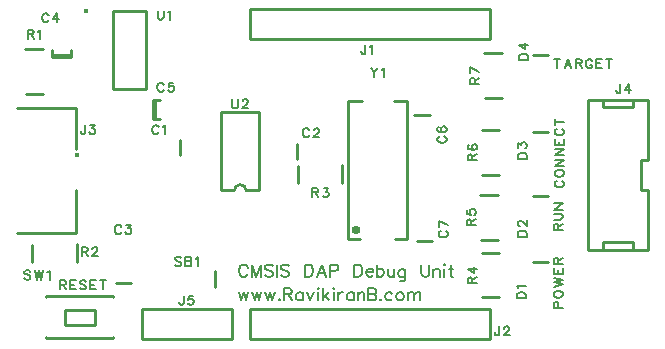
<source format=gto>
G04 DipTrace 3.3.1.3*
G04 cmsis_dap.gto*
%MOIN*%
G04 #@! TF.FileFunction,Legend,Top*
G04 #@! TF.Part,Single*
%ADD10C,0.009843*%
%ADD23C,0.015757*%
%ADD29C,0.015431*%
%ADD33O,0.029923X0.028325*%
%ADD74C,0.007*%
%ADD75C,0.006693*%
%FSLAX26Y26*%
G04*
G70*
G90*
G75*
G01*
G04 TopSilk*
%LPD*%
X944508Y1094861D2*
D10*
Y1043720D1*
X1336592Y1029546D2*
Y1080688D1*
X782657Y616120D2*
X731515D1*
X581070Y1376771D2*
X518141D1*
X581070Y1369322D2*
X518141D1*
X581070D2*
Y1392881D1*
X518141Y1369322D2*
Y1392881D1*
X861810Y1165385D2*
Y1228314D1*
X854361Y1165385D2*
Y1228314D1*
Y1165385D2*
X877920D1*
X854361Y1228314D2*
X877920D1*
X1726397Y1179154D2*
X1777539D1*
X1785413Y757852D2*
X1734271D1*
X2120098Y686986D2*
X2171239D1*
X2120098Y907459D2*
X2171239D1*
X2120098Y1120057D2*
X2171239D1*
X2120098Y1375962D2*
X2171239D1*
X1178346Y1530314D2*
X1978346D1*
X1178346Y1430314D2*
Y1530314D1*
Y1430314D2*
X1978346D1*
Y1530314D1*
X1178346Y530314D2*
X1978346D1*
X1178346Y430314D2*
Y530314D1*
Y430314D2*
X1978346D1*
Y530314D1*
X599594Y1063774D2*
Y1201574D1*
X402755D1*
X599594Y925974D2*
Y784251D1*
X402755D1*
D23*
X601545Y1044181D3*
X2454189Y752752D2*
D10*
Y727952D1*
X2354077Y752752D2*
X2454189D1*
X2354077D2*
Y727952D1*
X2454189Y1226952D2*
Y1203152D1*
X2354077D2*
X2454189D1*
X2354077Y1226952D2*
Y1203152D1*
X2304141Y727952D2*
X2504125D1*
X2303739Y1226952D2*
X2504527D1*
X2304141Y1227952D2*
Y727952D1*
X2504527Y1027952D2*
X2482882D1*
Y1025202D2*
Y930702D1*
X2504527Y927952D2*
X2482882D1*
X2504527D2*
Y728952D1*
Y1226952D2*
Y1027952D1*
X1116928Y530314D2*
Y430314D1*
X816928D1*
Y530314D2*
Y430314D1*
X1116928Y530314D2*
X816928D1*
X431842Y1247259D2*
X488839D1*
X429842Y1396259D2*
X488839D1*
X451590Y744535D2*
Y687537D1*
X600590Y746535D2*
Y687537D1*
X1337417Y1008314D2*
Y951316D1*
X1486417Y1010314D2*
Y951316D1*
X1952314Y569700D2*
X2009312D1*
X1950314Y718700D2*
X2009312D1*
X1948377Y762613D2*
X2005375D1*
X1946377Y911613D2*
X2005375D1*
X1952314Y979149D2*
X2009312D1*
X1950314Y1128149D2*
X2009312D1*
X1960188Y1235054D2*
X2017186D1*
X1958188Y1384054D2*
X2017186D1*
X1061125Y602920D2*
Y658922D1*
X660250Y478920D2*
X560220D1*
Y528952D1*
X660250D1*
Y478920D1*
X720481Y433070D2*
X499990D1*
X720481Y574802D2*
X499990D1*
X720481Y433070D2*
Y437010D1*
X499990Y433070D2*
Y437010D1*
X720481Y574802D2*
Y570862D1*
X499990Y574802D2*
Y570862D1*
D29*
X632797Y1523762D3*
X722047Y1524801D2*
D10*
Y1264971D1*
X832282Y1524801D2*
Y1264971D1*
X722047D2*
X832282D1*
X722047Y1524801D2*
X832282D1*
X1208650Y926172D2*
Y1186031D1*
X1082679Y926172D2*
Y1186031D1*
X1208650D2*
X1082679D1*
X1208650Y926172D2*
X1165353D1*
X1125976D2*
X1082679D1*
X1165353D2*
G03X1125976Y926172I-19689J9D01*
G01*
X1701185Y763767D2*
Y1224420D1*
X1504325Y763767D2*
Y1224420D1*
Y763767D2*
X1546473D1*
X1700791D2*
X1661006D1*
X1508282Y1224420D2*
X1550390D1*
X1697622D2*
X1657876D1*
D33*
X1533067Y795256D3*
X873795Y1136773D2*
D74*
X872369Y1139625D1*
X869484Y1142510D1*
X866632Y1143936D1*
X860895D1*
X858010Y1142510D1*
X855158Y1139625D1*
X853699Y1136773D1*
X852273Y1132462D1*
Y1125266D1*
X853699Y1120988D1*
X855158Y1118103D1*
X858010Y1115251D1*
X860895Y1113792D1*
X866632D1*
X869484Y1115251D1*
X872369Y1118103D1*
X873795Y1120988D1*
X887795Y1138166D2*
X890680Y1139625D1*
X894991Y1143903D1*
Y1113792D1*
X1375591Y1126526D2*
X1374166Y1129378D1*
X1371280Y1132263D1*
X1368429Y1133689D1*
X1362692D1*
X1359806Y1132263D1*
X1356955Y1129378D1*
X1355495Y1126526D1*
X1354069Y1122215D1*
Y1115019D1*
X1355495Y1110741D1*
X1356955Y1107856D1*
X1359806Y1105004D1*
X1362692Y1103545D1*
X1368429D1*
X1371280Y1105004D1*
X1374166Y1107856D1*
X1375591Y1110741D1*
X1391051Y1126493D2*
Y1127919D1*
X1392477Y1130804D1*
X1393902Y1132230D1*
X1396788Y1133656D1*
X1402525D1*
X1405376Y1132230D1*
X1406802Y1130804D1*
X1408262Y1127919D1*
Y1125067D1*
X1406802Y1122182D1*
X1403950Y1117904D1*
X1389591Y1103545D1*
X1409687D1*
X748830Y803692D2*
X747404Y806544D1*
X744519Y809429D1*
X741667Y810855D1*
X735930D1*
X733045Y809429D1*
X730193Y806544D1*
X728734Y803692D1*
X727308Y799381D1*
Y792185D1*
X728734Y787907D1*
X730193Y785022D1*
X733045Y782170D1*
X735930Y780711D1*
X741667D1*
X744519Y782170D1*
X747404Y785022D1*
X748830Y787907D1*
X765715Y810822D2*
X781467D1*
X772878Y799348D1*
X777189D1*
X780041Y797922D1*
X781467Y796496D1*
X782926Y792185D1*
Y789333D1*
X781467Y785022D1*
X778615Y782137D1*
X774304Y780711D1*
X769993D1*
X765715Y782137D1*
X764289Y783596D1*
X762830Y786448D1*
X507172Y1509608D2*
X505746Y1512460D1*
X502861Y1515345D1*
X500010Y1516771D1*
X494273D1*
X491387Y1515345D1*
X488536Y1512460D1*
X487076Y1509608D1*
X485650Y1505297D1*
Y1498101D1*
X487076Y1493823D1*
X488536Y1490938D1*
X491387Y1488086D1*
X494273Y1486627D1*
X500010D1*
X502861Y1488086D1*
X505746Y1490938D1*
X507172Y1493823D1*
X535531Y1486627D2*
Y1516738D1*
X521172Y1496675D1*
X542694D1*
X891350Y1278112D2*
X889924Y1280964D1*
X887039Y1283849D1*
X884187Y1285275D1*
X878450D1*
X875565Y1283849D1*
X872713Y1280964D1*
X871254Y1278112D1*
X869828Y1273801D1*
Y1266605D1*
X871254Y1262327D1*
X872713Y1259442D1*
X875565Y1256590D1*
X878450Y1255131D1*
X884187D1*
X887039Y1256590D1*
X889924Y1259442D1*
X891350Y1262327D1*
X922561Y1285241D2*
X908235D1*
X906809Y1272342D1*
X908235Y1273768D1*
X912546Y1275227D1*
X916824D1*
X921135Y1273768D1*
X924020Y1270916D1*
X925446Y1266605D1*
Y1263753D1*
X924020Y1259442D1*
X921135Y1256557D1*
X916824Y1255131D1*
X912546D1*
X908235Y1256557D1*
X906809Y1258016D1*
X905350Y1260868D1*
X1810469Y1106657D2*
X1807618Y1105231D1*
X1804732Y1102346D1*
X1803306Y1099494D1*
Y1093757D1*
X1804732Y1090872D1*
X1807617Y1088020D1*
X1810469Y1086561D1*
X1814780Y1085135D1*
X1821976D1*
X1826254Y1086561D1*
X1829139Y1088020D1*
X1831991Y1090872D1*
X1833451Y1093757D1*
Y1099494D1*
X1831991Y1102346D1*
X1829139Y1105231D1*
X1826254Y1106657D1*
X1807618Y1137868D2*
X1804766Y1136442D1*
X1803340Y1132131D1*
Y1129279D1*
X1804766Y1124968D1*
X1809077Y1122083D1*
X1816240Y1120657D1*
X1823403D1*
X1829139Y1122083D1*
X1832025Y1124968D1*
X1833450Y1129279D1*
Y1130705D1*
X1832025Y1134983D1*
X1829139Y1137868D1*
X1824828Y1139294D1*
X1823402D1*
X1819091Y1137868D1*
X1816240Y1134983D1*
X1814814Y1130705D1*
Y1129279D1*
X1816240Y1124968D1*
X1819091Y1122083D1*
X1823403Y1120657D1*
X1814406Y790946D2*
X1811555Y789520D1*
X1808669Y786635D1*
X1807243Y783783D1*
Y778046D1*
X1808669Y775161D1*
X1811554Y772309D1*
X1814406Y770850D1*
X1818717Y769424D1*
X1825914D1*
X1830191Y770850D1*
X1833076Y772309D1*
X1835928Y775161D1*
X1837388Y778046D1*
Y783783D1*
X1835928Y786635D1*
X1833077Y789520D1*
X1830191Y790946D1*
X1837387Y810683D2*
X1807277Y825042D1*
Y804946D1*
X2067086Y565957D2*
X2097230D1*
Y576005D1*
X2095771Y580316D1*
X2092919Y583201D1*
X2090034Y584627D1*
X2085756Y586053D1*
X2078560D1*
X2074249Y584627D1*
X2071397Y583201D1*
X2068512Y580316D1*
X2067086Y576005D1*
Y565957D1*
X2072856Y600053D2*
X2071397Y602938D1*
X2067119Y607249D1*
X2097230D1*
X2206277Y534852D2*
Y547785D1*
X2204851Y552063D1*
X2203392Y553522D1*
X2200540Y554948D1*
X2196229D1*
X2193378Y553522D1*
X2191918Y552063D1*
X2190492Y547785D1*
Y534852D1*
X2220636D1*
X2190492Y577570D2*
X2191918Y574685D1*
X2194803Y571833D1*
X2197655Y570374D1*
X2201966Y568948D1*
X2209163D1*
X2213440Y570374D1*
X2216325Y571833D1*
X2219177Y574685D1*
X2220636Y577570D1*
Y583307D1*
X2219177Y586158D1*
X2216325Y589044D1*
X2213440Y590469D1*
X2209162Y591895D1*
X2201966D1*
X2197655Y590470D1*
X2194803Y589044D1*
X2191918Y586159D1*
X2190492Y583307D1*
Y577570D1*
Y605895D2*
X2220636Y613092D1*
X2190492Y620254D1*
X2220636Y627417D1*
X2190492Y634614D1*
Y667250D2*
Y648614D1*
X2220636Y648613D1*
Y667250D1*
X2204851Y648613D2*
Y660087D1*
Y681250D2*
Y694150D1*
X2203392Y698461D1*
X2201966Y699920D1*
X2199114Y701346D1*
X2196229D1*
X2193377Y699920D1*
X2191918Y698461D1*
X2190492Y694150D1*
Y681250D1*
X2220636D1*
X2204851Y691298D2*
X2220636Y701346D1*
X2071023Y772105D2*
X2101167D1*
Y782153D1*
X2099708Y786464D1*
X2096856Y789349D1*
X2093971Y790775D1*
X2089693Y792201D1*
X2082497D1*
X2078186Y790775D1*
X2075334Y789350D1*
X2072449Y786464D1*
X2071023Y782153D1*
Y772105D1*
X2078219Y807660D2*
X2076793D1*
X2073908Y809086D1*
X2072482Y810512D1*
X2071056Y813397D1*
Y819134D1*
X2072482Y821986D1*
X2073908Y823412D1*
X2076793Y824871D1*
X2079645D1*
X2082530Y823412D1*
X2086808Y820560D1*
X2101167Y806201D1*
Y826297D1*
X2204851Y794428D2*
Y807327D1*
X2203392Y811638D1*
X2201966Y813098D1*
X2199115Y814523D1*
X2196229D1*
X2193378Y813098D1*
X2191918Y811638D1*
X2190492Y807327D1*
Y794428D1*
X2220636D1*
X2204851Y804476D2*
X2220636Y814523D1*
X2190492Y828523D2*
X2212014D1*
X2216325Y829949D1*
X2219177Y832834D1*
X2220636Y837145D1*
Y839997D1*
X2219177Y844308D1*
X2216325Y847193D1*
X2212014Y848619D1*
X2190492D1*
Y882715D2*
X2220636D1*
X2190492Y862619D1*
X2220636D1*
X2071023Y1031948D2*
X2101167D1*
Y1041996D1*
X2099708Y1046307D1*
X2096856Y1049192D1*
X2093971Y1050618D1*
X2089693Y1052044D1*
X2082497D1*
X2078186Y1050618D1*
X2075334Y1049192D1*
X2072449Y1046307D1*
X2071023Y1041996D1*
Y1031948D1*
X2071056Y1068929D2*
Y1084681D1*
X2082530Y1076092D1*
Y1080403D1*
X2083956Y1083255D1*
X2085382Y1084681D1*
X2089693Y1086140D1*
X2092545D1*
X2096856Y1084681D1*
X2099741Y1081829D1*
X2101167Y1077518D1*
Y1073207D1*
X2099741Y1068929D1*
X2098282Y1067503D1*
X2095430Y1066044D1*
X2201592Y958234D2*
X2198740Y956808D1*
X2195855Y953923D1*
X2194429Y951071D1*
Y945334D1*
X2195855Y942449D1*
X2198740Y939597D1*
X2201592Y938138D1*
X2205903Y936712D1*
X2213099D1*
X2217377Y938138D1*
X2220262Y939597D1*
X2223114Y942449D1*
X2224573Y945334D1*
Y951071D1*
X2223114Y953922D1*
X2220262Y956808D1*
X2217377Y958233D1*
X2194429Y980856D2*
X2195855Y977970D1*
X2198740Y975119D1*
X2201592Y973659D1*
X2205903Y972233D1*
X2213100D1*
X2217377Y973659D1*
X2220262Y975119D1*
X2223114Y977970D1*
X2224573Y980855D1*
Y986592D1*
X2223114Y989444D1*
X2220262Y992329D1*
X2217377Y993755D1*
X2213099Y995181D1*
X2205903D1*
X2201592Y993755D1*
X2198740Y992329D1*
X2195855Y989444D1*
X2194429Y986592D1*
Y980856D1*
Y1029277D2*
X2224573D1*
X2194429Y1009181D1*
X2224573D1*
X2194429Y1063373D2*
X2224573D1*
X2194429Y1043277D1*
X2224573D1*
X2194429Y1096010D2*
Y1077373D1*
X2224573D1*
Y1096010D1*
X2208788Y1077373D2*
Y1088847D1*
X2201592Y1131532D2*
X2198740Y1130106D1*
X2195855Y1127221D1*
X2194429Y1124369D1*
Y1118632D1*
X2195855Y1115747D1*
X2198740Y1112895D1*
X2201592Y1111436D1*
X2205903Y1110010D1*
X2213099D1*
X2217377Y1111436D1*
X2220262Y1112895D1*
X2223114Y1115747D1*
X2224573Y1118632D1*
Y1124369D1*
X2223114Y1127221D1*
X2220262Y1130106D1*
X2217377Y1131532D1*
X2194429Y1155580D2*
X2224573D1*
X2194429Y1145532D2*
Y1165628D1*
X2074960Y1361944D2*
X2105104D1*
Y1371992D1*
X2103645Y1376303D1*
X2100793Y1379188D1*
X2097908Y1380614D1*
X2093630Y1382040D1*
X2086434D1*
X2082123Y1380614D1*
X2079271Y1379188D1*
X2076386Y1376303D1*
X2074960Y1371992D1*
Y1361944D1*
X2105104Y1410399D2*
X2074993D1*
X2095056Y1396040D1*
Y1417561D1*
X2202703Y1364004D2*
Y1333860D1*
X2192655Y1364004D2*
X2212751D1*
X2249732Y1333860D2*
X2238225Y1364004D1*
X2226751Y1333860D1*
X2231062Y1343908D2*
X2245421D1*
X2263732Y1349645D2*
X2276632D1*
X2280943Y1351104D1*
X2282402Y1352530D1*
X2283828Y1355382D1*
Y1358267D1*
X2282402Y1361119D1*
X2280943Y1362578D1*
X2276632Y1364004D1*
X2263732D1*
Y1333860D1*
X2273780Y1349645D2*
X2283828Y1333860D1*
X2319350Y1356841D2*
X2317924Y1359693D1*
X2315039Y1362578D1*
X2312187Y1364004D1*
X2306450D1*
X2303565Y1362578D1*
X2300713Y1359693D1*
X2299254Y1356841D1*
X2297828Y1352530D1*
Y1345334D1*
X2299254Y1341056D1*
X2300713Y1338171D1*
X2303565Y1335319D1*
X2306450Y1333860D1*
X2312187D1*
X2315039Y1335319D1*
X2317924Y1338171D1*
X2319350Y1341056D1*
Y1345334D1*
X2312187D1*
X2351987Y1364004D2*
X2333350D1*
Y1333860D1*
X2351987D1*
X2333350Y1349645D2*
X2344824D1*
X2376035Y1364004D2*
Y1333860D1*
X2365987Y1364004D2*
X2386083D1*
X1563116Y1410078D2*
Y1387130D1*
X1561690Y1382819D1*
X1560231Y1381393D1*
X1557379Y1379934D1*
X1554494D1*
X1551642Y1381393D1*
X1550216Y1382819D1*
X1548757Y1387130D1*
Y1389982D1*
X1577116Y1404308D2*
X1580001Y1405767D1*
X1584312Y1410045D1*
Y1379934D1*
X2009422Y473070D2*
Y450122D1*
X2007996Y445811D1*
X2006537Y444385D1*
X2003685Y442926D1*
X2000800D1*
X1997948Y444385D1*
X1996522Y445811D1*
X1995063Y450122D1*
Y452974D1*
X2024881Y465874D2*
Y467300D1*
X2026307Y470185D1*
X2027733Y471611D1*
X2030618Y473037D1*
X2036355D1*
X2039207Y471611D1*
X2040633Y470185D1*
X2042092Y467300D1*
Y464448D1*
X2040633Y461563D1*
X2037781Y457285D1*
X2023422Y442926D1*
X2043518D1*
X628723Y1144330D2*
Y1121382D1*
X627297Y1117071D1*
X625838Y1115645D1*
X622986Y1114186D1*
X620101D1*
X617249Y1115645D1*
X615823Y1117071D1*
X614364Y1121382D1*
Y1124234D1*
X645608Y1144297D2*
X661359D1*
X652771Y1132823D1*
X657082D1*
X659934Y1131397D1*
X661359Y1129971D1*
X662819Y1125660D1*
Y1122808D1*
X661359Y1118497D1*
X658508Y1115612D1*
X654197Y1114186D1*
X649886D1*
X645608Y1115612D1*
X644182Y1117071D1*
X642723Y1119923D1*
X2413237Y1280944D2*
Y1257996D1*
X2411811Y1253685D1*
X2410352Y1252259D1*
X2407500Y1250800D1*
X2404615D1*
X2401763Y1252259D1*
X2400337Y1253685D1*
X2398878Y1257996D1*
Y1260848D1*
X2441596Y1250800D2*
Y1280911D1*
X2427237Y1260848D1*
X2448759D1*
X957060Y575432D2*
Y552484D1*
X955634Y548173D1*
X954175Y546747D1*
X951323Y545288D1*
X948438D1*
X945586Y546747D1*
X944160Y548173D1*
X942701Y552484D1*
Y555336D1*
X988271Y575399D2*
X973945D1*
X972519Y562499D1*
X973945Y563925D1*
X978256Y565384D1*
X982534D1*
X986845Y563925D1*
X989730Y561073D1*
X991156Y556762D1*
Y553910D1*
X989730Y549599D1*
X986845Y546714D1*
X982534Y545288D1*
X978256D1*
X973945Y546714D1*
X972519Y548173D1*
X971060Y551025D1*
X436755Y1447006D2*
X449655D1*
X453966Y1448465D1*
X455425Y1449891D1*
X456851Y1452743D1*
Y1455628D1*
X455425Y1458480D1*
X453966Y1459939D1*
X449655Y1461365D1*
X436755D1*
Y1431221D1*
X446803Y1447006D2*
X456851Y1431221D1*
X470851Y1455595D2*
X473736Y1457054D1*
X478047Y1461332D1*
Y1431221D1*
X617104Y722175D2*
X630004D1*
X634315Y723635D1*
X635774Y725061D1*
X637200Y727912D1*
Y730798D1*
X635774Y733649D1*
X634315Y735109D1*
X630004Y736534D1*
X617104D1*
Y706390D1*
X627152Y722175D2*
X637200Y706390D1*
X652659Y729338D2*
Y730764D1*
X654085Y733649D1*
X655511Y735075D1*
X658396Y736501D1*
X664133D1*
X666985Y735075D1*
X668411Y733649D1*
X669870Y730764D1*
Y727912D1*
X668411Y725027D1*
X665559Y720750D1*
X651200Y706390D1*
X671296D1*
X1386553Y919329D2*
X1399453D1*
X1403764Y920788D1*
X1405223Y922214D1*
X1406649Y925066D1*
Y927951D1*
X1405223Y930803D1*
X1403764Y932262D1*
X1399453Y933688D1*
X1386553D1*
Y903544D1*
X1396601Y919329D2*
X1406649Y903544D1*
X1423534Y933655D2*
X1439286D1*
X1430697Y922181D1*
X1435008D1*
X1437860Y920755D1*
X1439286Y919329D1*
X1440745Y915018D1*
Y912166D1*
X1439286Y907855D1*
X1436434Y904970D1*
X1432123Y903544D1*
X1427812D1*
X1423534Y904970D1*
X1422108Y906429D1*
X1420649Y909281D1*
X1919555Y616391D2*
Y629291D1*
X1918096Y633602D1*
X1916670Y635061D1*
X1913818Y636487D1*
X1910933D1*
X1908081Y635061D1*
X1906622Y633602D1*
X1905196Y629291D1*
Y616391D1*
X1935340D1*
X1919555Y626439D2*
X1935340Y636487D1*
Y664846D2*
X1905229D1*
X1925292Y650487D1*
Y672009D1*
X1915618Y810018D2*
Y822917D1*
X1914159Y827228D1*
X1912733Y828688D1*
X1909881Y830113D1*
X1906996D1*
X1904144Y828688D1*
X1902685Y827228D1*
X1901259Y822917D1*
Y810018D1*
X1931403D1*
X1915618Y820066D2*
X1931403Y830113D1*
X1901292Y861324D2*
Y846999D1*
X1914192Y845573D1*
X1912766Y846999D1*
X1911307Y851310D1*
Y855587D1*
X1912766Y859898D1*
X1915618Y862783D1*
X1919929Y864209D1*
X1922781D1*
X1927092Y862783D1*
X1929977Y859898D1*
X1931403Y855587D1*
Y851309D1*
X1929977Y846998D1*
X1928518Y845573D1*
X1925666Y844113D1*
X1919555Y1027283D2*
Y1040182D1*
X1918096Y1044493D1*
X1916670Y1045953D1*
X1913818Y1047378D1*
X1910933D1*
X1908081Y1045953D1*
X1906622Y1044493D1*
X1905196Y1040182D1*
Y1027283D1*
X1935340D1*
X1919555Y1037330D2*
X1935340Y1047378D1*
X1909507Y1078589D2*
X1906655Y1077163D1*
X1905229Y1072852D1*
Y1070000D1*
X1906655Y1065689D1*
X1910966Y1062804D1*
X1918129Y1061378D1*
X1925292D1*
X1931029Y1062804D1*
X1933914Y1065689D1*
X1935340Y1070000D1*
Y1071426D1*
X1933914Y1075704D1*
X1931029Y1078589D1*
X1926718Y1080015D1*
X1925292D1*
X1920981Y1078589D1*
X1918129Y1075704D1*
X1916703Y1071426D1*
Y1070000D1*
X1918129Y1065689D1*
X1920981Y1062804D1*
X1925292Y1061378D1*
X1927429Y1282458D2*
Y1295358D1*
X1925970Y1299669D1*
X1924544Y1301128D1*
X1921692Y1302554D1*
X1918807D1*
X1915955Y1301128D1*
X1914496Y1299669D1*
X1913070Y1295358D1*
Y1282458D1*
X1943214D1*
X1927429Y1292506D2*
X1943214Y1302554D1*
Y1322291D2*
X1913103Y1336650D1*
Y1316554D1*
X948988Y700255D2*
X946136Y703140D1*
X941825Y704566D1*
X936088D1*
X931777Y703140D1*
X928892Y700255D1*
Y697403D1*
X930351Y694518D1*
X931777Y693092D1*
X934629Y691666D1*
X943251Y688781D1*
X946136Y687355D1*
X947562Y685896D1*
X948988Y683044D1*
Y678733D1*
X946136Y675881D1*
X941825Y674422D1*
X936088D1*
X931777Y675881D1*
X928892Y678733D1*
X962988Y704566D2*
Y674422D1*
X975921D1*
X980232Y675881D1*
X981658Y677307D1*
X983084Y680159D1*
Y684470D1*
X981658Y687355D1*
X980232Y688781D1*
X975921Y690207D1*
X980232Y691666D1*
X981658Y693092D1*
X983084Y695944D1*
Y698829D1*
X981658Y701681D1*
X980232Y703140D1*
X975921Y704566D1*
X962988D1*
Y690207D2*
X975921D1*
X997084Y698796D2*
X999969Y700255D1*
X1004280Y704533D1*
Y674422D1*
X446594Y654979D2*
X443742Y657864D1*
X439431Y659290D1*
X433694D1*
X429383Y657864D1*
X426498Y654979D1*
Y652127D1*
X427957Y649242D1*
X429383Y647816D1*
X432235Y646390D1*
X440857Y643505D1*
X443742Y642079D1*
X445168Y640620D1*
X446594Y637768D1*
Y633457D1*
X443742Y630606D1*
X439431Y629146D1*
X433694D1*
X429383Y630606D1*
X426498Y633457D1*
X460594Y659290D2*
X467790Y629146D1*
X474953Y659290D1*
X482116Y629146D1*
X489312Y659290D1*
X503312Y653520D2*
X506197Y654979D1*
X510508Y659257D1*
Y629146D1*
X545266Y612076D2*
X558165D1*
X562476Y613535D1*
X563936Y614961D1*
X565362Y617813D1*
Y620698D1*
X563936Y623550D1*
X562476Y625009D1*
X558165Y626435D1*
X545266D1*
Y596291D1*
X555314Y612076D2*
X565362Y596291D1*
X597998Y626435D2*
X579362D1*
Y596291D1*
X597998D1*
X579362Y612076D2*
X590836D1*
X632094Y622124D2*
X629243Y625009D1*
X624932Y626435D1*
X619195D1*
X614884Y625009D1*
X611998Y622124D1*
Y619272D1*
X613458Y616387D1*
X614884Y614961D1*
X617735Y613535D1*
X626357Y610650D1*
X629243Y609224D1*
X630669Y607765D1*
X632094Y604913D1*
Y600602D1*
X629243Y597750D1*
X624932Y596291D1*
X619195D1*
X614884Y597750D1*
X611998Y600602D1*
X664731Y626435D2*
X646094D1*
Y596291D1*
X664731D1*
X646094Y612076D2*
X657568D1*
X688779Y626435D2*
Y596291D1*
X678731Y626435D2*
X698827D1*
X870692Y1525400D2*
Y1503878D1*
X872118Y1499567D1*
X875003Y1496715D1*
X879314Y1495256D1*
X882166D1*
X886477Y1496715D1*
X889362Y1499567D1*
X890788Y1503878D1*
Y1525400D1*
X904788Y1519630D2*
X907673Y1521089D1*
X911984Y1525367D1*
Y1495256D1*
X1118569Y1231149D2*
Y1209627D1*
X1119995Y1205316D1*
X1122880Y1202464D1*
X1127191Y1201005D1*
X1130043D1*
X1134354Y1202464D1*
X1137239Y1205316D1*
X1138665Y1209627D1*
Y1231149D1*
X1154124Y1223953D2*
Y1225379D1*
X1155550Y1228264D1*
X1156976Y1229690D1*
X1159861Y1231116D1*
X1165598D1*
X1168450Y1229690D1*
X1169875Y1228264D1*
X1171335Y1225379D1*
Y1222527D1*
X1169875Y1219642D1*
X1167024Y1215364D1*
X1152665Y1201005D1*
X1172761D1*
X1580683Y1334881D2*
X1592157Y1320522D1*
Y1304737D1*
X1603631Y1334881D2*
X1592157Y1320522D1*
X1617631Y1329111D2*
X1620516Y1330570D1*
X1624827Y1334848D1*
Y1304737D1*
X1141731Y586359D2*
D75*
X1149381Y559564D1*
X1157030Y586359D1*
X1164679Y559564D1*
X1172329Y586359D1*
X1185715D2*
X1193364Y559564D1*
X1201013Y586359D1*
X1208662Y559564D1*
X1216312Y586359D1*
X1229698D2*
X1237347Y559564D1*
X1244996Y586359D1*
X1252645Y559564D1*
X1260295Y586359D1*
X1275582Y563411D2*
X1273681Y561466D1*
X1275582Y559564D1*
X1277527Y561466D1*
X1275582Y563411D1*
X1290913Y580611D2*
X1308113D1*
X1313861Y582556D1*
X1315807Y584458D1*
X1317708Y588260D1*
Y592107D1*
X1315807Y595910D1*
X1313861Y597855D1*
X1308113Y599756D1*
X1290913D1*
Y559564D1*
X1304311Y580611D2*
X1317708Y559564D1*
X1354042Y586359D2*
Y559564D1*
Y580611D2*
X1350239Y584458D1*
X1346392Y586359D1*
X1340688D1*
X1336842Y584458D1*
X1333039Y580611D1*
X1331094Y574863D1*
Y571060D1*
X1333039Y565312D1*
X1336842Y561510D1*
X1340688Y559564D1*
X1346392D1*
X1350239Y561510D1*
X1354042Y565312D1*
X1367427Y586359D2*
X1378924Y559564D1*
X1390375Y586359D1*
X1403761Y599756D2*
X1405662Y597855D1*
X1407608Y599756D1*
X1405662Y601702D1*
X1403761Y599756D1*
X1405662Y586359D2*
Y559564D1*
X1420994Y599756D2*
Y559564D1*
X1440139Y586359D2*
X1420994Y567214D1*
X1428643Y574863D2*
X1442040Y559564D1*
X1455426Y599756D2*
X1457327Y597855D1*
X1459273Y599756D1*
X1457327Y601702D1*
X1455426Y599756D1*
X1457327Y586359D2*
Y559564D1*
X1472659Y586359D2*
Y559564D1*
Y574863D2*
X1474604Y580611D1*
X1478407Y584458D1*
X1482254Y586359D1*
X1488002D1*
X1524335D2*
Y559564D1*
Y580611D2*
X1520533Y584458D1*
X1516686Y586359D1*
X1510982D1*
X1507135Y584458D1*
X1503333Y580611D1*
X1501387Y574863D1*
Y571060D1*
X1503333Y565312D1*
X1507135Y561510D1*
X1510982Y559564D1*
X1516686D1*
X1520533Y561510D1*
X1524335Y565312D1*
X1537721Y586359D2*
Y559564D1*
Y578710D2*
X1543469Y584458D1*
X1547316Y586359D1*
X1553020D1*
X1556867Y584458D1*
X1558768Y578710D1*
Y559564D1*
X1572154Y599756D2*
Y559564D1*
X1589398D1*
X1595146Y561510D1*
X1597047Y563411D1*
X1598948Y567214D1*
Y572962D1*
X1597047Y576808D1*
X1595146Y578710D1*
X1589398Y580611D1*
X1595146Y582556D1*
X1597047Y584458D1*
X1598948Y588260D1*
Y592107D1*
X1597047Y595910D1*
X1595146Y597855D1*
X1589398Y599756D1*
X1572154D1*
Y580611D2*
X1589398D1*
X1614235Y563411D2*
X1612334Y561466D1*
X1614235Y559564D1*
X1616181Y561466D1*
X1614235Y563411D1*
X1652559Y580611D2*
X1648712Y584458D1*
X1644865Y586359D1*
X1639162D1*
X1635315Y584458D1*
X1631512Y580611D1*
X1629567Y574863D1*
Y571060D1*
X1631512Y565312D1*
X1635315Y561510D1*
X1639162Y559564D1*
X1644865D1*
X1648712Y561510D1*
X1652559Y565312D1*
X1675495Y586359D2*
X1671693Y584458D1*
X1667846Y580611D1*
X1665945Y574863D1*
Y571060D1*
X1667846Y565312D1*
X1671693Y561510D1*
X1675495Y559564D1*
X1681243D1*
X1685090Y561510D1*
X1688893Y565312D1*
X1690838Y571060D1*
Y574863D1*
X1688893Y580611D1*
X1685090Y584458D1*
X1681243Y586359D1*
X1675495D1*
X1704224D2*
Y559564D1*
Y578710D2*
X1709972Y584458D1*
X1713819Y586359D1*
X1719523D1*
X1723369Y584458D1*
X1725271Y578710D1*
Y559564D1*
Y578710D2*
X1731019Y584458D1*
X1734865Y586359D1*
X1740569D1*
X1744416Y584458D1*
X1746361Y578710D1*
Y559564D1*
X1170427Y668946D2*
X1168526Y672748D1*
X1164679Y676595D1*
X1160877Y678496D1*
X1153228D1*
X1149381Y676595D1*
X1145578Y672748D1*
X1143633Y668946D1*
X1141731Y663198D1*
Y653603D1*
X1143633Y647899D1*
X1145578Y644053D1*
X1149381Y640250D1*
X1153228Y638304D1*
X1160877D1*
X1164679Y640250D1*
X1168526Y644053D1*
X1170427Y647899D1*
X1214410Y638304D2*
Y678496D1*
X1199112Y638304D1*
X1183813Y678496D1*
Y638304D1*
X1254591Y672748D2*
X1250788Y676595D1*
X1245040Y678496D1*
X1237391D1*
X1231643Y676595D1*
X1227796Y672748D1*
Y668946D1*
X1229742Y665099D1*
X1231643Y663198D1*
X1235446Y661297D1*
X1246942Y657450D1*
X1250788Y655549D1*
X1252690Y653603D1*
X1254591Y649801D1*
Y644053D1*
X1250788Y640250D1*
X1245040Y638304D1*
X1237391D1*
X1231643Y640250D1*
X1227796Y644053D1*
X1267977Y678496D2*
Y638304D1*
X1308157Y672748D2*
X1304355Y676595D1*
X1298607Y678496D1*
X1290957D1*
X1285209Y676595D1*
X1281363Y672748D1*
Y668946D1*
X1283308Y665099D1*
X1285209Y663198D1*
X1289012Y661297D1*
X1300508Y657450D1*
X1304355Y655549D1*
X1306256Y653603D1*
X1308157Y649801D1*
Y644053D1*
X1304355Y640250D1*
X1298607Y638304D1*
X1290957D1*
X1285209Y640250D1*
X1281363Y644053D1*
X1361458Y678496D2*
Y638304D1*
X1374856D1*
X1380604Y640250D1*
X1384450Y644053D1*
X1386352Y647899D1*
X1388253Y653603D1*
Y663198D1*
X1386352Y668946D1*
X1384450Y672748D1*
X1380604Y676595D1*
X1374856Y678496D1*
X1361458D1*
X1432280Y638304D2*
X1416937Y678496D1*
X1401639Y638304D1*
X1407387Y651702D2*
X1426532D1*
X1445666Y657450D2*
X1462910D1*
X1468614Y659351D1*
X1470559Y661297D1*
X1472461Y665099D1*
Y670847D1*
X1470559Y674650D1*
X1468614Y676595D1*
X1462910Y678496D1*
X1445666D1*
Y638304D1*
X1525762Y678496D2*
Y638304D1*
X1539159D1*
X1544907Y640250D1*
X1548754Y644053D1*
X1550655Y647899D1*
X1552556Y653603D1*
Y663198D1*
X1550655Y668946D1*
X1548754Y672748D1*
X1544907Y676595D1*
X1539159Y678496D1*
X1525762D1*
X1565942Y653603D2*
X1588890D1*
Y657450D1*
X1586989Y661297D1*
X1585088Y663198D1*
X1581241Y665099D1*
X1575493D1*
X1571690Y663198D1*
X1567844Y659351D1*
X1565942Y653603D1*
Y649801D1*
X1567844Y644053D1*
X1571690Y640250D1*
X1575493Y638304D1*
X1581241D1*
X1585088Y640250D1*
X1588890Y644053D1*
X1602276Y678496D2*
Y638304D1*
Y659351D2*
X1606123Y663198D1*
X1609925Y665099D1*
X1615673D1*
X1619476Y663198D1*
X1623323Y659351D1*
X1625224Y653603D1*
Y649801D1*
X1623323Y644053D1*
X1619476Y640250D1*
X1615673Y638304D1*
X1609925D1*
X1606123Y640250D1*
X1602276Y644053D1*
X1638610Y665099D2*
Y645954D1*
X1640511Y640250D1*
X1644358Y638304D1*
X1650106D1*
X1653908Y640250D1*
X1659656Y645954D1*
Y665099D2*
Y638304D1*
X1695990Y663198D2*
Y632556D1*
X1694089Y626853D1*
X1692188Y624907D1*
X1688341Y623006D1*
X1682593D1*
X1678790Y624907D1*
X1695990Y657450D2*
X1692188Y661252D1*
X1688341Y663198D1*
X1682593D1*
X1678790Y661252D1*
X1674943Y657450D1*
X1673042Y651702D1*
Y647855D1*
X1674943Y642151D1*
X1678790Y638304D1*
X1682593Y636403D1*
X1688341D1*
X1692188Y638304D1*
X1695990Y642151D1*
X1749291Y678496D2*
Y649801D1*
X1751192Y644053D1*
X1755039Y640250D1*
X1760787Y638304D1*
X1764590D1*
X1770338Y640250D1*
X1774185Y644053D1*
X1776086Y649801D1*
Y678496D1*
X1789472Y665099D2*
Y638304D1*
Y657450D2*
X1795220Y663198D1*
X1799066Y665099D1*
X1804770D1*
X1808617Y663198D1*
X1810518Y657450D1*
Y638304D1*
X1823904Y678496D2*
X1825805Y676595D1*
X1827751Y678496D1*
X1825805Y680442D1*
X1823904Y678496D1*
X1825805Y665099D2*
Y638304D1*
X1846885Y678496D2*
Y645954D1*
X1848786Y640250D1*
X1852633Y638304D1*
X1856435D1*
X1841137Y665099D2*
X1854534D1*
M02*

</source>
